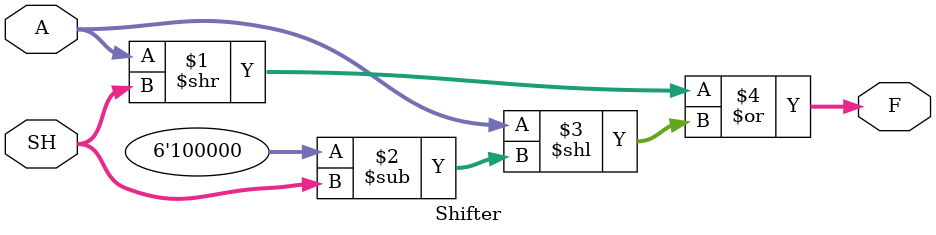
<source format=v>
`timescale 1ns / 1ps


module Shifter(
    input[4:0] SH,
    input[31:0] A,
    output[31:0] F
    );
    assign F = A>>SH | A<<(6'd32-SH);
endmodule

</source>
